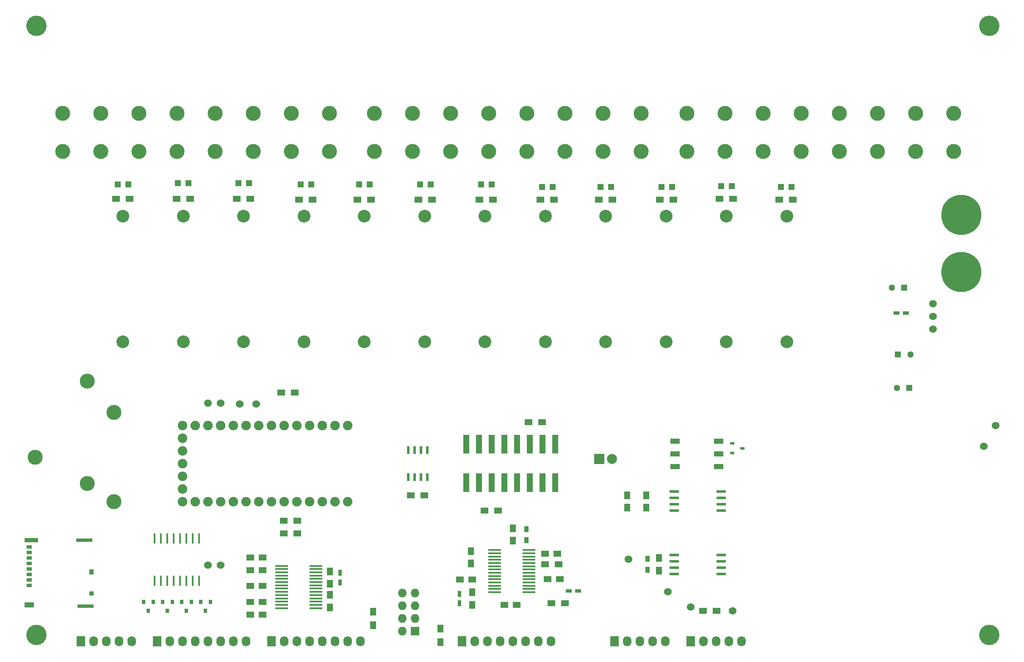
<source format=gbr>
G04 #@! TF.FileFunction,Soldermask,Top*
%FSLAX46Y46*%
G04 Gerber Fmt 4.6, Leading zero omitted, Abs format (unit mm)*
G04 Created by KiCad (PCBNEW (after 2015-may-25 BZR unknown)-product) date 06/09/2015 16:48:44*
%MOMM*%
G01*
G04 APERTURE LIST*
%ADD10C,0.100000*%
%ADD11R,1.300000X1.300000*%
%ADD12C,1.300000*%
%ADD13C,2.540000*%
%ADD14C,1.524000*%
%ADD15R,1.250000X1.500000*%
%ADD16R,1.500000X1.250000*%
%ADD17R,1.100000X0.700000*%
%ADD18R,1.830000X1.140000*%
%ADD19R,2.800000X0.900000*%
%ADD20R,3.330000X0.800000*%
%ADD21R,3.330000X0.700000*%
%ADD22R,0.930000X0.900000*%
%ADD23R,0.930000X1.050000*%
%ADD24R,2.000000X2.000000*%
%ADD25C,2.000000*%
%ADD26R,1.727200X2.032000*%
%ADD27O,1.727200X2.032000*%
%ADD28R,0.802000X0.972000*%
%ADD29R,1.500000X1.300000*%
%ADD30R,1.300000X1.500000*%
%ADD31R,0.600000X1.550000*%
%ADD32C,1.900000*%
%ADD33R,1.910000X1.020000*%
%ADD34C,8.000000*%
%ADD35C,4.064000*%
%ADD36R,1.981000X0.530000*%
%ADD37R,0.400000X2.000000*%
%ADD38R,0.900000X1.200000*%
%ADD39R,1.200000X0.750000*%
%ADD40C,3.000000*%
%ADD41R,2.500000X0.420000*%
%ADD42R,0.750000X1.200000*%
%ADD43R,1.193800X3.810000*%
%ADD44R,0.854000X0.600000*%
%ADD45R,1.727200X1.727200*%
%ADD46O,1.727200X1.727200*%
%ADD47R,1.198880X1.198880*%
G04 APERTURE END LIST*
D10*
D11*
X222504000Y-82423000D03*
D12*
X220004000Y-82423000D03*
X223734000Y-95758000D03*
D11*
X221234000Y-95758000D03*
D13*
X199009000Y-93218000D03*
X199009000Y-68072000D03*
X186944000Y-93218000D03*
X186944000Y-68072000D03*
X174879000Y-93218000D03*
X174879000Y-68072000D03*
X162814000Y-93218000D03*
X162814000Y-68072000D03*
X150749000Y-93218000D03*
X150749000Y-68072000D03*
X138684000Y-93218000D03*
X138684000Y-68072000D03*
X126619000Y-93218000D03*
X126619000Y-68072000D03*
X114554000Y-93218000D03*
X114554000Y-68072000D03*
X90424000Y-93218000D03*
X90424000Y-68072000D03*
X78359000Y-93218000D03*
X78359000Y-68072000D03*
X66294000Y-93218000D03*
X66294000Y-68072000D03*
X102489000Y-93218000D03*
X102489000Y-68072000D03*
D14*
X228219000Y-85598000D03*
X228219000Y-88138000D03*
X228219000Y-90678000D03*
D15*
X170942000Y-123972000D03*
X170942000Y-126472000D03*
X173482000Y-139045000D03*
X173482000Y-136545000D03*
X167132000Y-126472000D03*
X167132000Y-123972000D03*
D16*
X151150000Y-140716000D03*
X153650000Y-140716000D03*
D15*
X135890000Y-135148000D03*
X135890000Y-137648000D03*
D16*
X150642000Y-135636000D03*
X153142000Y-135636000D03*
X142514000Y-145923000D03*
X145014000Y-145923000D03*
X133624000Y-140843000D03*
X136124000Y-140843000D03*
D15*
X136144000Y-143403000D03*
X136144000Y-145903000D03*
D11*
X223520000Y-102489000D03*
D12*
X221020000Y-102489000D03*
D15*
X144272000Y-130576000D03*
X144272000Y-133076000D03*
D16*
X94214000Y-136398000D03*
X91714000Y-136398000D03*
D15*
X107696000Y-139212000D03*
X107696000Y-141712000D03*
D16*
X91714000Y-142113000D03*
X94214000Y-142113000D03*
X91714000Y-138938000D03*
X94214000Y-138938000D03*
D17*
X47540000Y-142017000D03*
X47540000Y-140917000D03*
X47540000Y-139817000D03*
X47540000Y-138717000D03*
X47540000Y-137617000D03*
X47540000Y-136517000D03*
X47540000Y-135417000D03*
X47540000Y-134317000D03*
D18*
X47590000Y-145917000D03*
D19*
X47990000Y-132967000D03*
D20*
X58590000Y-132967000D03*
D21*
X58790000Y-146167000D03*
D22*
X60040000Y-143617000D03*
D23*
X60040000Y-139317000D03*
D15*
X107696000Y-146411000D03*
X107696000Y-143911000D03*
D16*
X91714000Y-147828000D03*
X94214000Y-147828000D03*
X91714000Y-145288000D03*
X94214000Y-145288000D03*
D24*
X161544000Y-116713000D03*
D25*
X164084000Y-116713000D03*
D26*
X73152000Y-153162000D03*
D27*
X75692000Y-153162000D03*
X78232000Y-153162000D03*
X80772000Y-153162000D03*
X83312000Y-153162000D03*
X85852000Y-153162000D03*
X88392000Y-153162000D03*
X90932000Y-153162000D03*
D26*
X164592000Y-153162000D03*
D27*
X167132000Y-153162000D03*
X169672000Y-153162000D03*
X172212000Y-153162000D03*
X174752000Y-153162000D03*
D26*
X179832000Y-153162000D03*
D27*
X182372000Y-153162000D03*
X184912000Y-153162000D03*
X187452000Y-153162000D03*
X189992000Y-153162000D03*
D26*
X57912000Y-153162000D03*
D27*
X60452000Y-153162000D03*
X62992000Y-153162000D03*
X65532000Y-153162000D03*
X68072000Y-153162000D03*
D26*
X134112000Y-153162000D03*
D27*
X136652000Y-153162000D03*
X139192000Y-153162000D03*
X141732000Y-153162000D03*
X144272000Y-153162000D03*
X146812000Y-153162000D03*
X149352000Y-153162000D03*
X151892000Y-153162000D03*
D26*
X96012000Y-153162000D03*
D27*
X98552000Y-153162000D03*
X101092000Y-153162000D03*
X103632000Y-153162000D03*
X106172000Y-153162000D03*
X108712000Y-153162000D03*
X111252000Y-153162000D03*
X113792000Y-153162000D03*
D28*
X72324000Y-145288000D03*
X70424000Y-145288000D03*
X71374000Y-147058000D03*
X76134000Y-145288000D03*
X74234000Y-145288000D03*
X75184000Y-147058000D03*
X79944000Y-145288000D03*
X78044000Y-145288000D03*
X78994000Y-147058000D03*
X83754000Y-145288000D03*
X81854000Y-145288000D03*
X82804000Y-147058000D03*
D29*
X123872000Y-123952000D03*
X126572000Y-123952000D03*
X182292000Y-147066000D03*
X184992000Y-147066000D03*
X150067000Y-109347000D03*
X147367000Y-109347000D03*
X151939000Y-145542000D03*
X154639000Y-145542000D03*
X138604000Y-127000000D03*
X141304000Y-127000000D03*
X150669000Y-137795000D03*
X153369000Y-137795000D03*
D30*
X116332000Y-149940000D03*
X116332000Y-147240000D03*
X129794000Y-153369000D03*
X129794000Y-150669000D03*
D29*
X101172000Y-129032000D03*
X98472000Y-129032000D03*
X101172000Y-131572000D03*
X98472000Y-131572000D03*
X100664000Y-103378000D03*
X97964000Y-103378000D03*
D31*
X123317000Y-120302000D03*
X124587000Y-120302000D03*
X125857000Y-120302000D03*
X127127000Y-120302000D03*
X127127000Y-114902000D03*
X125857000Y-114902000D03*
X124587000Y-114902000D03*
X123317000Y-114902000D03*
D32*
X108712000Y-109982000D03*
X106172000Y-109982000D03*
X103632000Y-109982000D03*
X101092000Y-109982000D03*
X98552000Y-109982000D03*
X96012000Y-109982000D03*
X93472000Y-109982000D03*
X90932000Y-109982000D03*
X88392000Y-109982000D03*
X85852000Y-109982000D03*
X83312000Y-109982000D03*
X80772000Y-109982000D03*
X78232000Y-109982000D03*
X111252000Y-109982000D03*
X78232000Y-112522000D03*
X78232000Y-115062000D03*
X78232000Y-117602000D03*
X78232000Y-120142000D03*
X78232000Y-122682000D03*
X78232000Y-125222000D03*
X80772000Y-125222000D03*
X83312000Y-125222000D03*
X85852000Y-125222000D03*
X88392000Y-125222000D03*
X90932000Y-125222000D03*
X93472000Y-125222000D03*
X96012000Y-125222000D03*
X98552000Y-125222000D03*
X101092000Y-125222000D03*
X103632000Y-125222000D03*
X106172000Y-125222000D03*
X108712000Y-125222000D03*
X111252000Y-125222000D03*
D33*
X176657000Y-118237000D03*
X176657000Y-115697000D03*
X176657000Y-113157000D03*
X185417000Y-118237000D03*
X185417000Y-115697000D03*
X185417000Y-113157000D03*
D34*
X233934000Y-79248000D03*
D35*
X49022000Y-151892000D03*
X49022000Y-29972000D03*
X239522000Y-29972000D03*
X239522000Y-151892000D03*
D36*
X176530000Y-123190000D03*
X176530000Y-124460000D03*
X176530000Y-125730000D03*
X176530000Y-127000000D03*
X176530000Y-135890000D03*
X176530000Y-137160000D03*
X176530000Y-138430000D03*
X176530000Y-139700000D03*
X185928000Y-139700000D03*
X185928000Y-138430000D03*
X185928000Y-137160000D03*
X185928000Y-135890000D03*
X185928000Y-127000000D03*
X185928000Y-125730000D03*
X185928000Y-124460000D03*
X185928000Y-123190000D03*
D34*
X233934000Y-67818000D03*
D14*
X238379000Y-114173000D03*
X240792000Y-109982000D03*
X83312000Y-137922000D03*
X85852000Y-137922000D03*
X83312000Y-105537000D03*
X85852000Y-105537000D03*
X89662000Y-105664000D03*
X92964000Y-105664000D03*
X179832000Y-146304000D03*
X188214000Y-147066000D03*
X167386000Y-136779000D03*
X175260000Y-143256000D03*
D37*
X81534000Y-132588000D03*
X80264000Y-132588000D03*
X78994000Y-132588000D03*
X77724000Y-132588000D03*
X76454000Y-132588000D03*
X75184000Y-132588000D03*
X73914000Y-132588000D03*
X72644000Y-132588000D03*
X72644000Y-141088000D03*
X73914000Y-141088000D03*
X75184000Y-141088000D03*
X76454000Y-141088000D03*
X77724000Y-141088000D03*
X78994000Y-141088000D03*
X80264000Y-141088000D03*
X81534000Y-141088000D03*
D38*
X171196000Y-138895000D03*
X171196000Y-136695000D03*
D39*
X222819000Y-87503000D03*
X220919000Y-87503000D03*
D40*
X179070000Y-55118000D03*
X179070000Y-47498000D03*
X186690000Y-55118000D03*
X186690000Y-47498000D03*
X194310000Y-55118000D03*
X194310000Y-47498000D03*
X201930000Y-55118000D03*
X201930000Y-47498000D03*
X209550000Y-55118000D03*
X209550000Y-47498000D03*
X217170000Y-55118000D03*
X217170000Y-47498000D03*
X224790000Y-55118000D03*
X224790000Y-47498000D03*
X232410000Y-55118000D03*
X232410000Y-47498000D03*
X116586000Y-55118000D03*
X116586000Y-47498000D03*
X124206000Y-55118000D03*
X124206000Y-47498000D03*
X131826000Y-55118000D03*
X131826000Y-47498000D03*
X139446000Y-55118000D03*
X139446000Y-47498000D03*
X147066000Y-55118000D03*
X147066000Y-47498000D03*
X154686000Y-55118000D03*
X154686000Y-47498000D03*
X162306000Y-55118000D03*
X162306000Y-47498000D03*
X169926000Y-55118000D03*
X169926000Y-47498000D03*
X54229000Y-55118000D03*
X54229000Y-47498000D03*
X61849000Y-55118000D03*
X61849000Y-47498000D03*
X69469000Y-55118000D03*
X69469000Y-47498000D03*
X77089000Y-55118000D03*
X77089000Y-47498000D03*
X84709000Y-55118000D03*
X84709000Y-47498000D03*
X92329000Y-55118000D03*
X92329000Y-47498000D03*
X99949000Y-55118000D03*
X99949000Y-47498000D03*
X107569000Y-55118000D03*
X107569000Y-47498000D03*
D41*
X140589000Y-143368000D03*
X140589000Y-142718000D03*
X140589000Y-142068000D03*
X140589000Y-141418000D03*
X140589000Y-140768000D03*
X140589000Y-140118000D03*
X140589000Y-139468000D03*
X140589000Y-138818000D03*
X140589000Y-138168000D03*
X140589000Y-137518000D03*
X140589000Y-136868000D03*
X140589000Y-136218000D03*
X140589000Y-135568000D03*
X140589000Y-134918000D03*
X147439000Y-134918000D03*
X147439000Y-135568000D03*
X147439000Y-136218000D03*
X147439000Y-136868000D03*
X147439000Y-137518000D03*
X147439000Y-138168000D03*
X147439000Y-138818000D03*
X147439000Y-139468000D03*
X147439000Y-140118000D03*
X147439000Y-140768000D03*
X147439000Y-141418000D03*
X147439000Y-142068000D03*
X147439000Y-142718000D03*
X147439000Y-143368000D03*
X98044000Y-146543000D03*
X98044000Y-145893000D03*
X98044000Y-145243000D03*
X98044000Y-144593000D03*
X98044000Y-143943000D03*
X98044000Y-143293000D03*
X98044000Y-142643000D03*
X98044000Y-141993000D03*
X98044000Y-141343000D03*
X98044000Y-140693000D03*
X98044000Y-140043000D03*
X98044000Y-139393000D03*
X98044000Y-138743000D03*
X98044000Y-138093000D03*
X104894000Y-138093000D03*
X104894000Y-138743000D03*
X104894000Y-139393000D03*
X104894000Y-140043000D03*
X104894000Y-140693000D03*
X104894000Y-141343000D03*
X104894000Y-141993000D03*
X104894000Y-142643000D03*
X104894000Y-143293000D03*
X104894000Y-143943000D03*
X104894000Y-144593000D03*
X104894000Y-145243000D03*
X104894000Y-145893000D03*
X104894000Y-146543000D03*
D38*
X146939000Y-132926000D03*
X146939000Y-130726000D03*
D39*
X155387000Y-143129000D03*
X157287000Y-143129000D03*
D42*
X109664500Y-139512000D03*
X109664500Y-141412000D03*
D40*
X59182000Y-121615200D03*
X59182000Y-101117400D03*
X48771175Y-116332000D03*
X64452500Y-107378500D03*
X64452500Y-125285500D03*
D42*
X133604000Y-143703000D03*
X133604000Y-145603000D03*
D43*
X134891000Y-121475000D03*
X137431000Y-121475000D03*
X139971000Y-121475000D03*
X142511000Y-121475000D03*
X145051000Y-121475000D03*
X147591000Y-121475000D03*
X150131000Y-121475000D03*
X152671000Y-121475000D03*
X152671000Y-113702600D03*
X150131000Y-113702600D03*
X147591000Y-113702600D03*
X145051000Y-113702600D03*
X142511000Y-113705000D03*
X139971000Y-113702600D03*
X134891000Y-113702600D03*
X137431000Y-113702600D03*
D44*
X190103000Y-114554000D03*
X188103000Y-115504000D03*
X188103000Y-113604000D03*
D45*
X124714000Y-151130000D03*
D46*
X122174000Y-151130000D03*
X124714000Y-148590000D03*
X122174000Y-148590000D03*
X124714000Y-146050000D03*
X122174000Y-146050000D03*
X124714000Y-143510000D03*
X122174000Y-143510000D03*
D29*
X67644000Y-64643000D03*
X64944000Y-64643000D03*
X79709000Y-64643000D03*
X77009000Y-64643000D03*
X91774000Y-64643000D03*
X89074000Y-64643000D03*
X104220000Y-64770000D03*
X101520000Y-64770000D03*
X115904000Y-64770000D03*
X113204000Y-64770000D03*
X128096000Y-64770000D03*
X125396000Y-64770000D03*
X140288000Y-64770000D03*
X137588000Y-64770000D03*
X152480000Y-64770000D03*
X149780000Y-64770000D03*
X164164000Y-64770000D03*
X161464000Y-64770000D03*
X176356000Y-64770000D03*
X173656000Y-64770000D03*
X188294000Y-64643000D03*
X185594000Y-64643000D03*
X200232000Y-64770000D03*
X197532000Y-64770000D03*
D47*
X197832980Y-62230000D03*
X199931020Y-62230000D03*
X185894980Y-62103000D03*
X187993020Y-62103000D03*
X173956980Y-62230000D03*
X176055020Y-62230000D03*
X161764980Y-62230000D03*
X163863020Y-62230000D03*
X150080980Y-62230000D03*
X152179020Y-62230000D03*
X137888980Y-61722000D03*
X139987020Y-61722000D03*
X125696980Y-61722000D03*
X127795020Y-61722000D03*
X113504980Y-61722000D03*
X115603020Y-61722000D03*
X101820980Y-61722000D03*
X103919020Y-61722000D03*
X89374980Y-61468000D03*
X91473020Y-61468000D03*
X77309980Y-61468000D03*
X79408020Y-61468000D03*
X65244980Y-61722000D03*
X67343020Y-61722000D03*
M02*

</source>
